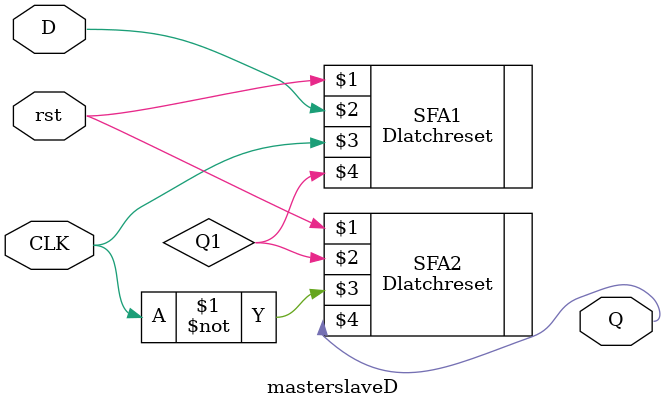
<source format=v>
`timescale 1ns/1ns
module masterslaveD(input rst,D,CLK, output Q);
  wire Q1;
Dlatchreset SFA1(rst,D,CLK,Q1);
Dlatchreset SFA2(rst,Q1,~CLK,Q);
endmodule
</source>
